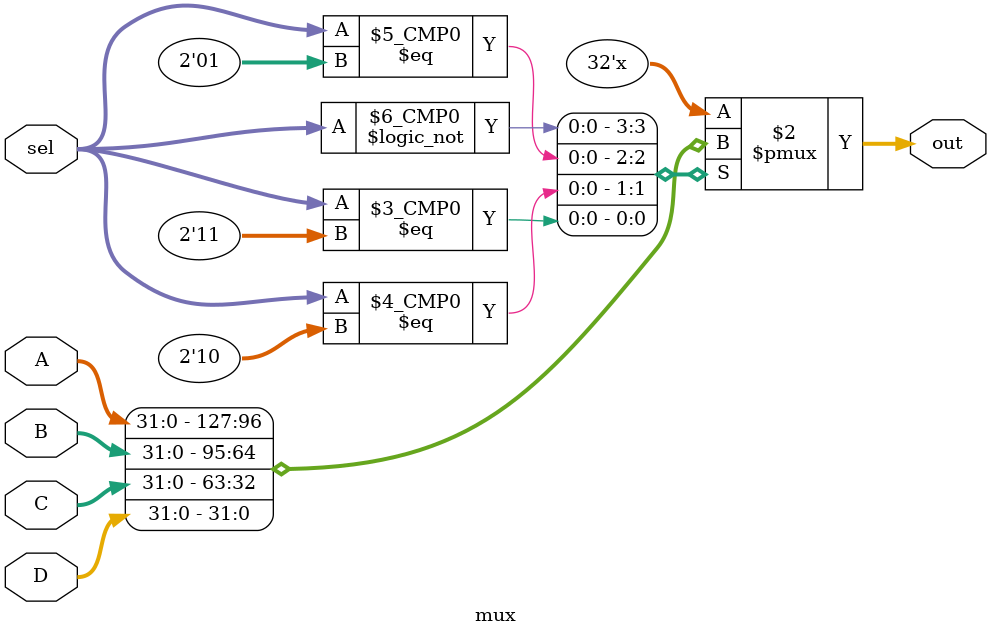
<source format=v>
`timescale 1ns / 1ps


module mux(
    A, B, C, D, sel, out
    );
    input [31:0] A, B, C, D;   // define inputs
    input [1:0] sel;
    output reg [31:0] out;     // define output
    
    always @(*)         // define combinational logic
    begin
        case(sel)       // depending on what select is, we change the output so we use case statement
            2'b00: out = A;
            2'b01: out = B;
            2'b10: out = C;
            2'b11: out = D;
        endcase
    end
endmodule

</source>
